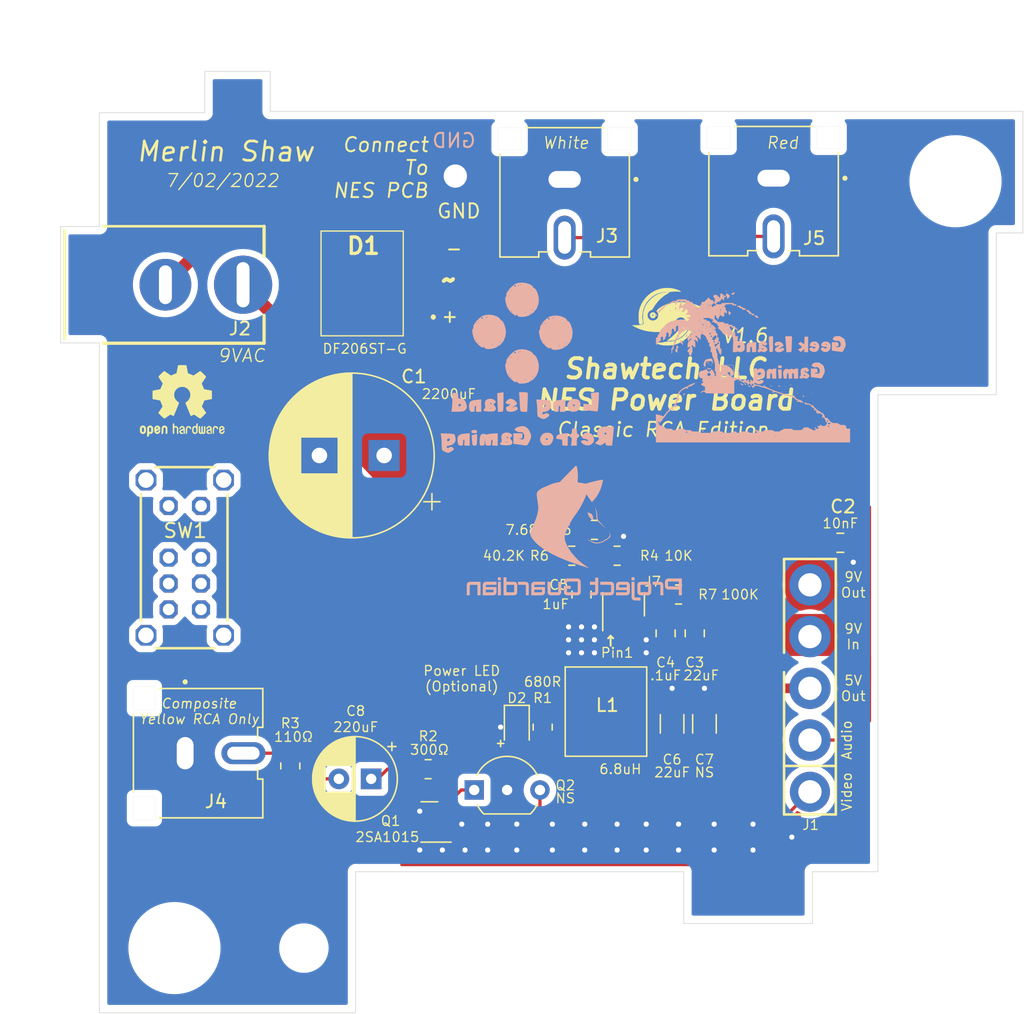
<source format=kicad_pcb>
(kicad_pcb (version 20211014) (generator pcbnew)
  (layers (0 "F.Cu" signal) (31 "B.Cu" signal) (34 "B.Paste" user) (35 "F.Paste" user) (36 "B.SilkS" user "B.Silkscreen") (37 "F.SilkS" user "F.Silkscreen") (38 "B.Mask" user) (39 "F.Mask" user) (44 "Edge.Cuts" user))
  (net 0 "")
  (net 1 "5V Out")
  (net 2 "Net-(C8-Pad1)")
  (net 3 "Net-(D2-Pad2)")
  (net 4 "Video Out")
  (net 5 "Net-(C8-Pad2)")
  (net 6 "GND")
  (net 7 "Video In")
  (net 8 "Audio In")
  (net 9 "9VIn")
  (net 10 "9VOut")
  (net 12 "Net-(D1-Pad4)")
  (net 13 "Net-(D1-Pad3)")
  (net 14 "Net-(J7-Pad4)")
  (net 15 "Net-(R4-Pad2)")
  (net 16 "SW")
  (net 17 "EN")
  (net 18 "Net-(C5-Pad1)")
  (footprint "Package_TO_SOT_SMD:SOT-23-6_Handsoldering" (layer "F.Cu") (at 146 106.5 90)
    (fp_text reference "J7" (at 1.75 2.25 180) (layer "F.SilkS") (effects (font (size 0.75 0.75) (thickness 0.1))))
    (fp_text value "Conn_01x06")
    (pad "1" smd rect (at -1.35 -0.95 90) (size 1.56 0.65) (layers "F.Cu" "F.Paste" "F.Mask") (net 6 "GND"))
    (pad "2" smd rect (at -1.35 0 90) (size 1.56 0.65) (layers "F.Cu" "F.Paste" "F.Mask") (net 16 "SW"))
    (pad "3" smd rect (at -1.35 0.95 90) (size 1.56 0.65) (layers "F.Cu" "F.Paste" "F.Mask") (net 9 "9VIn"))
    (pad "4" smd rect (at 1.35 0.95 90) (size 1.56 0.65) (layers "F.Cu" "F.Paste" "F.Mask") (net 14 "Net-(J7-Pad4)"))
    (pad "5" smd rect (at 1.35 0 90) (size 1.56 0.65) (layers "F.Cu" "F.Paste" "F.Mask") (net 17 "EN"))
    (pad "6" smd rect (at 1.35 -0.95 90) (size 1.56 0.65) (layers "F.Cu" "F.Paste" "F.Mask") (net 18 "Net-(C5-Pad1)"))
  )
  (footprint "Capacitor_SMD:C_0805_2012Metric" (layer "F.Cu") (at 151.5 108.75 -90)
    (fp_text reference "C3" (at 2.25 0 180) (layer "F.SilkS") (effects (font (size 0.75 0.75) (thickness 0.1))))
    (fp_text value "22uf/25")
    (pad "1" smd roundrect (at -0.95 0 270) (size 1 1.45) (layers "F.Cu" "F.Paste" "F.Mask") (net 9 "9VIn"))
    (pad "2" smd roundrect (at 0.95 0 270) (size 1 1.45) (layers "F.Cu" "F.Paste" "F.Mask") (net 6 "GND"))
  )
  (footprint "Resistor_SMD:R_0805_2012Metric" (layer "F.Cu") (at 120.25 119 -90)
    (fp_text reference "R3" (at -3.3 0 180) (layer "F.SilkS") (effects (font (size 0.75 0.75) (thickness 0.1))))
    (fp_text value "110R")
    (pad "1" smd roundrect (at -0.9125 0 270) (size 1.025 1.4) (layers "F.Cu" "F.Paste" "F.Mask") (roundrect_rratio 0.243902439) (net 4 "Video Out"))
    (pad "2" smd roundrect (at 0.9125 0 270) (size 1.025 1.4) (layers "F.Cu" "F.Paste" "F.Mask") (roundrect_rratio 0.243902439) (net 5 "Net-(C8-Pad2)"))
  )
  (footprint "Resistor_SMD:R_0805_2012Metric" (layer "F.Cu") (at 145.5 102.75 180)
    (fp_text reference "R4" (at -2.5 0) (layer "F.SilkS") (effects (font (size 0.75 0.75) (thickness 0.1))))
    (fp_text value "10k")
    (pad "1" smd roundrect (at -0.9125 0 180) (size 1.025 1.4) (layers "F.Cu" "F.Paste" "F.Mask") (roundrect_rratio 0.243902439) (net 14 "Net-(J7-Pad4)"))
    (pad "2" smd roundrect (at 0.9125 0 180) (size 1.025 1.4) (layers "F.Cu" "F.Paste" "F.Mask") (roundrect_rratio 0.243902439) (net 15 "Net-(R4-Pad2)"))
  )
  (footprint "Merlin:OSHW-Logo2_7.3x6mm_SilkScreen" (layer "F.Cu") (at 111.9 90.78)
    (fp_text reference "REF**" hide)
    (fp_text value "OSHW-Logo2_7.3x6mm_SilkScreen" hide)
  )
  (footprint "Capacitor_SMD:C_0805_2012Metric" (layer "F.Cu") (at 142.75 105.75 -90)
    (fp_text reference "C5" (at -0.75 1.75) (layer "F.SilkS") (effects (font (size 0.75 0.75) (thickness 0.1))))
    (fp_text value "1uF")
    (pad "1" smd roundrect (at -0.95 0 270) (size 1 1.45) (layers "F.Cu" "F.Paste" "F.Mask") (net 18 "Net-(C5-Pad1)"))
    (pad "2" smd roundrect (at 0.95 0 270) (size 1 1.45) (layers "F.Cu" "F.Paste" "F.Mask") (net 16 "SW"))
  )
  (footprint "Package_TO_SOT_SMD:SOT-23" (layer "F.Cu") (at 131 123.33 180)
    (fp_text reference "Q1" (at 3 0.08) (layer "F.SilkS") (effects (font (size 0.75 0.75) (thickness 0.1))))
    (fp_text value "2SA1015" (at 3.25 -1.17) (layer "F.SilkS") (effects (font (size 0.75 0.75) (thickness 0.1))))
    (pad "1" smd roundrect (at -0.9375 -0.95 180) (size 1.475 0.6) (layers "F.Cu" "F.Paste" "F.Mask") (net 7 "Video In"))
    (pad "2" smd roundrect (at -0.9375 0.95 180) (size 1.475 0.6) (layers "F.Cu" "F.Paste" "F.Mask") (net 2 "Net-(C8-Pad1)"))
    (pad "3" smd roundrect (at 0.9375 0 180) (size 1.475 0.6) (layers "F.Cu" "F.Paste" "F.Mask") (net 6 "GND"))
  )
  (footprint "Resistor_SMD:R_0805_2012Metric" (layer "F.Cu") (at 139.75 116 90)
    (fp_text reference "R1" (at 2.25 0 180) (layer "F.SilkS") (effects (font (size 0.75 0.75) (thickness 0.1))))
    (fp_text value "680")
    (pad "1" smd roundrect (at -0.9125 0 90) (size 1.025 1.4) (layers "F.Cu" "F.Paste" "F.Mask") (roundrect_rratio 0.243902439) (net 3 "Net-(D2-Pad2)"))
    (pad "2" smd roundrect (at 0.9125 0 90) (size 1.025 1.4) (layers "F.Cu" "F.Paste" "F.Mask") (roundrect_rratio 0.243902439) (net 1 "5V Out"))
  )
  (footprint "Resistor_SMD:R_0805_2012Metric" (layer "F.Cu") (at 142 102.75 180)
    (fp_text reference "R6" (at 2.5 0) (layer "F.SilkS") (effects (font (size 0.75 0.75) (thickness 0.1))))
    (fp_text value "40.2k")
    (pad "1" smd roundrect (at -0.9125 0 180) (size 1.025 1.4) (layers "F.Cu" "F.Paste" "F.Mask") (roundrect_rratio 0.243902439) (net 15 "Net-(R4-Pad2)"))
    (pad "2" smd roundrect (at 0.9125 0 180) (size 1.025 1.4) (layers "F.Cu" "F.Paste" "F.Mask") (roundrect_rratio 0.243902439) (net 1 "5V Out"))
  )
  (footprint "" (layer "F.Cu") (at 111.3 133.08)
    (fp_text reference "" (at 0 0) (layer "F.SilkS") (effects (font (size 1.27 1.27))))
    (fp_text value "" (at 0 0) (layer "F.SilkS") (effects (font (size 1.27 1.27))))
    (pad "" np_thru_hole circle locked (at 0 0) (size 3.5 3.5) (drill 3.5) (layers F&B.Cu *.Mask))
  )
  (footprint "Merlin:Power-DF206STG" (layer "F.Cu") (at 125.8 81.7 90)
    (fp_text reference "D1" (at 2.9 0.1 180) (layer "F.SilkS") (effects (font (size 1.27 1.27) (thickness 0.254))))
    (fp_text value "${ALTIUM_VALUE}" hide)
    (fp_text user "+" (at -2.6 6.7 90) (layer "F.SilkS"))
    (fp_text user "-" (at 2.7 7.1 180) (layer "F.SilkS"))
    (pad "1" smd rect (at -2.605 4.36 90) (size 1.2 1.52) (layers "F.Cu" "F.Paste" "F.Mask") (net 10 "9VOut"))
    (pad "2" smd rect (at 2.605 4.36 90) (size 1.2 1.52) (layers "F.Cu" "F.Paste" "F.Mask") (net 6 "GND"))
    (pad "3" smd rect (at 2.605 -4.36 90) (size 1.2 1.52) (layers "F.Cu" "F.Paste" "F.Mask") (net 13 "Net-(D1-Pad3)"))
    (pad "4" smd rect (at -2.605 -4.36 90) (size 1.2 1.52) (layers "F.Cu" "F.Paste" "F.Mask") (net 12 "Net-(D1-Pad4)"))
  )
  (footprint "Resistor_SMD:R_0805_2012Metric" (layer "F.Cu") (at 150.25 105.75)
    (fp_text reference "R7" (at 2.25 0) (layer "F.SilkS") (effects (font (size 0.75 0.75) (thickness 0.1))))
    (fp_text value "100K")
    (pad "1" smd roundrect (at -0.9125 0) (size 1.025 1.4) (layers "F.Cu" "F.Paste" "F.Mask") (roundrect_rratio 0.243902439) (net 17 "EN"))
    (pad "2" smd roundrect (at 0.9125 0) (size 1.025 1.4) (layers "F.Cu" "F.Paste" "F.Mask") (roundrect_rratio 0.243902439) (net 9 "9VIn"))
  )
  (footprint "Merlin:ShawTech" (layer "F.Cu") (at 149.25 84.25)
    (fp_text reference "G***" hide)
    (fp_text value "LOGO" hide)
  )
  (footprint "Capacitor_SMD:C_1206_3216Metric" (layer "F.Cu") (at 152.25 115.75 90)
    (fp_text reference "C7" (at -2.75 0) (layer "F.SilkS") (effects (font (size 0.75 0.75) (thickness 0.1))))
    (fp_text value "22uf/25")
    (pad "1" smd roundrect (at -1.475 0 90) (size 1.15 1.8) (layers "F.Cu" "F.Paste" "F.Mask") (roundrect_rratio 0.2173913043) (net 1 "5V Out"))
    (pad "2" smd roundrect (at 1.475 0 90) (size 1.15 1.8) (layers "F.Cu" "F.Paste" "F.Mask") (roundrect_rratio 0.2173913043) (net 6 "GND"))
  )
  (footprint "Electromechanical.IntLib:SW-DP3T (EG2319)" (layer "F.Cu") (at 112.1 102.9 -90)
    (fp_text reference "SW1" (at -1.445 1.75 unlocked) (layer "F.SilkS") (effects (font (size 1.1 1.1)) (justify left bottom)))
    (fp_text value "DP3T" hide)
    (pad "" thru_hole roundrect locked (at -4 -1.25 270) (size 1.4 1.4) (drill 0.9) (layers *.Cu *.Mask) (chamfer_ratio 0.25) (chamfer top_left top_right bottom_left bottom_right))
    (pad "" thru_hole roundrect locked (at 0 1.25 270) (size 1.4 1.4) (drill 0.9) (layers *.Cu *.Mask) (chamfer_ratio 0.25) (chamfer top_left top_right bottom_left bottom_right))
    (pad "" thru_hole roundrect locked (at 2 1.25 270) (size 1.4 1.4) (drill 0.9) (layers *.Cu *.Mask) (chamfer_ratio 0.25) (chamfer top_left top_right bottom_left bottom_right))
    (pad "" thru_hole roundrect locked (at 4 1.25 270) (size 1.4 1.4) (drill 0.9) (layers *.Cu *.Mask) (chamfer_ratio 0.25) (chamfer top_left top_right bottom_left bottom_right))
    (pad "" thru_hole roundrect locked (at 0 -1.25 270) (size 1.4 1.4) (drill 0.9) (layers *.Cu *.Mask) (chamfer_ratio 0.25) (chamfer top_left top_right bottom_left bottom_right))
    (pad "" thru_hole roundrect locked (at 2 -1.25 270) (size 1.4 1.4) (drill 0.9) (layers *.Cu *.Mask) (chamfer_ratio 0.25) (chamfer top_left top_right bottom_left bottom_right))
    (pad "" thru_hole roundrect locked (at 4 -1.25 270) (size 1.4 1.4) (drill 0.9) (layers *.Cu *.Mask) (chamfer_ratio 0.25) (chamfer top_left top_right bottom_left bottom_right))
    (pad "1" thru_hole roundrect locked (at -4 1.25 270) (size 1.4 1.4) (drill 0.9) (layers *.Cu *.Mask) (chamfer_ratio 0.25) (chamfer top_left top_right bottom_left bottom_right))
    (pad "MH" thru_hole roundrect locked (at -6 3 270) (size 1.6 1.6) (drill 1.2) (layers *.Cu *.Mask) (chamfer_ratio 0.25) (chamfer top_left top_right bottom_left bottom_right))
    (pad "MH" thru_hole roundrect locked (at 6 3 90) (size 1.6 1.6) (drill 1.2) (layers *.Cu *.Mask) (chamfer_ratio 0.25) (chamfer top_left top_right bottom_left bottom_right))
    (pad "MH" thru_hole roundrect locked (at 6 -3 90) (size 1.6 1.6) (drill 1.2) (layers *.Cu *.Mask) (chamfer_ratio 0.25) (chamfer top_left top_right bottom_left bottom_right))
    (pad "MH" thru_hole roundrect locked (at -6 -3 270) (size 1.6 1.6) (drill 1.2) (layers *.Cu *.Mask) (chamfer_ratio 0.25) (chamfer top_left top_right bottom_left bottom_right))
  )
  (footprint "Resistor_SMD:R_0805_2012Metric" (layer "F.Cu") (at 143.75 100.75)
    (fp_text reference "R5" (at -2.5 0) (layer "F.SilkS") (effects (font (size 0.75 0.75) (thickness 0.1))))
    (fp_text value "7.68k")
    (pad "1" smd roundrect (at -0.9125 0) (size 1.025 1.4) (layers "F.Cu" "F.Paste" "F.Mask") (roundrect_rratio 0.243902439) (net 15 "Net-(R4-Pad2)"))
    (pad "2" smd roundrect (at 0.9125 0) (size 1.025 1.4) (layers "F.Cu" "F.Paste" "F.Mask") (roundrect_rratio 0.243902439) (net 6 "GND"))
  )
  (footprint "Merlin:CUI_RCJ-044" (layer "F.Cu") (at 141.446 73.658 90)
    (fp_text reference "J3" (at -4.372 3.279 180) (layer "F.SilkS"))
    (fp_text value "White RCJ-" hide)
    (fp_line (start 2.3 5.15) (end 4 5.15) (layer "Edge.Cuts") (width 0.01))
    (fp_line (start 4 5.15) (end 4 3.35) (layer "Edge.Cuts") (width 0.01))
    (fp_line (start 2.3 -5.15) (end 2.3 -3.35) (layer "Edge.Cuts") (width 0.01))
    (fp_line (start 4 -5.15) (end 2.3 -5.15) (layer "Edge.Cuts") (width 0.01))
    (fp_line (start 2.3 3.35) (end 2.3 5.15) (layer "Edge.Cuts") (width 0.01))
    (fp_line (start 4 -3.35) (end 4 -5.15) (layer "Edge.Cuts") (width 0.01))
    (fp_line (start 4 3.35) (end 2.3 3.35) (layer "Edge.Cuts") (width 0.01))
    (fp_line (start 2.3 -3.35) (end 4 -3.35) (layer "Edge.Cuts") (width 0.01))
    (pad "1" thru_hole oval (at 0 0 90) (size 1.95 3.9) (drill oval 1.3 2.5) (layers *.Cu *.Mask) (net 6 "GND"))
    (pad "2" thru_hole oval (at -4.5 0 90) (size 3.4 1.7) (drill oval 2.5 1) (layers *.Cu *.Mask) (net 8 "Audio In"))
  )
  (footprint "Capacitor_THT:CP_Radial_D6.3mm_P2.50mm" (layer "F.Cu") (at 126.5 120 180)
    (fp_text reference "C8" (at 1.2 5.25 180) (layer "F.SilkS") (effects (font (size 0.75 0.75) (thickness 0.1))))
    (fp_text value "220uF" hide)
    (pad "1" thru_hole rect (at 0 0 180) (size 1.6 1.6) (drill 0.8) (layers *.Cu *.Mask) (net 2 "Net-(C8-Pad1)"))
    (pad "2" thru_hole circle (at 2.5 0 180) (size 1.6 1.6) (drill 0.8) (layers *.Cu *.Mask) (net 5 "Net-(C8-Pad2)"))
  )
  (footprint "Connectors.IntLib:PWR-JCK-ALT (PJ-037A{slash}B)" (layer "F.Cu") (at 110.6 81.799998)
    (fp_text reference "J2" (at 4.8 3.980002 unlocked) (layer "F.SilkS") (effects (justify left bottom)))
    (fp_text value "Barrel_Jack" hide)
    (pad "1" thru_hole circle locked (at 6.000002 0) (size 4.5 4.5) (drill oval 1 3.5) (layers *.Cu *.Mask) (net 12 "Net-(D1-Pad4)"))
    (pad "2" thru_hole circle locked (at 0 0) (size 4 4) (drill oval 1 3) (layers *.Cu *.Mask) (net 13 "Net-(D1-Pad3)"))
  )
  (footprint "Capacitor_SMD:C_1206_3216Metric" (layer "F.Cu") (at 149.75 115.75 90)
    (fp_text reference "C6" (at -2.75 0) (layer "F.SilkS") (effects (font (size 0.75 0.75) (thickness 0.1))))
    (fp_text value "22uf/25")
    (pad "1" smd roundrect (at -1.475 0 90) (size 1.15 1.8) (layers "F.Cu" "F.Paste" "F.Mask") (roundrect_rratio 0.2173913043) (net 1 "5V Out"))
    (pad "2" smd roundrect (at 1.475 0 90) (size 1.15 1.8) (layers "F.Cu" "F.Paste" "F.Mask") (roundrect_rratio 0.2173913043) (net 6 "GND"))
  )
  (footprint "" (layer "F.Cu") (at 121.3 133.08)
    (fp_text reference "" (at 0 0) (layer "F.SilkS") (effects (font (size 1.27 1.27))))
    (fp_text value "" (at 0 0) (layer "F.SilkS") (effects (font (size 1.27 1.27))))
    (pad "" np_thru_hole circle locked (at 0 0) (size 2.8 2.8) (drill 2.8) (layers F&B.Cu *.Mask))
  )
  (footprint "Package_TO_SOT_THT:TO-92_Inline_Wide" (layer "F.Cu") (at 134.46 120.86)
    (fp_text reference "Q2" (at 7.04 -0.36) (layer "F.SilkS") (effects (font (size 0.75 0.75) (thickness 0.1))))
    (fp_text value " " (at 7.54 2.89 180) (layer "F.SilkS"))
    (pad "1" thru_hole rect (at 0 0) (size 1.5 1.5) (drill 0.8) (layers *.Cu *.Mask) (net 2 "Net-(C8-Pad1)"))
    (pad "2" thru_hole circle (at 2.54 0) (size 1.5 1.5) (drill 0.8) (layers *.Cu *.Mask) (net 6 "GND"))
    (pad "3" thru_hole circle (at 5.08 0) (size 1.5 1.5) (drill 0.8) (layers *.Cu *.Mask) (net 7 "Video In"))
  )
  (footprint "Merlin:CUI_RCJ-044" (layer "F.Cu") (at 112.126 118.014 180)
    (fp_text reference "J4" (at -2.374 -3.736) (layer "F.SilkS"))
    (fp_text value "Yellow RCJ-")
    (fp_line (start 2.3 -3.35) (end 4 -3.35) (layer "Edge.Cuts") (width 0.01))
    (fp_line (start 4 3.35) (end 2.3 3.35) (layer "Edge.Cuts") (width 0.01))
    (fp_line (start 2.3 -5.15) (end 2.3 -3.35) (layer "Edge.Cuts") (width 0.01))
    (fp_line (start 4 -5.15) (end 2.3 -5.15) (layer "Edge.Cuts") (width 0.01))
    (fp_line (start 4 5.15) (end 4 3.35) (layer "Edge.Cuts") (width 0.01))
    (fp_line (start 2.3 3.35) (end 2.3 5.15) (layer "Edge.Cuts") (width 0.01))
    (fp_line (start 4 -3.35) (end 4 -5.15) (layer "Edge.Cuts") (width 0.01))
    (fp_line (start 2.3 5.15) (end 4 5.15) (layer "Edge.Cuts") (width 0.01))
    (pad "1" thru_hole oval (at 0 0 180) (size 1.95 3.9) (drill oval 1.3 2.5) (layers *.Cu *.Mask) (net 6 "GND"))
    (pad "2" thru_hole oval (at -4.5 0 180) (size 3.4 1.7) (drill oval 2.5 1) (layers *.Cu *.Mask) (net 4 "Video Out"))
  )
  (footprint "Capacitor_SMD:C_0805_2012Metric" (layer "F.Cu") (at 162.75 101.75)
    (fp_text reference "C2" (at 0.2 -2.8) (layer "F.SilkS"))
    (fp_text value "10nF")
    (pad "1" smd roundrect (at -0.95 0) (size 1 1.45) (layers "F.Cu" "F.Paste" "F.Mask") (net 10 "9VOut"))
    (pad "2" smd roundrect (at 0.95 0) (size 1 1.45) (layers "F.Cu" "F.Paste" "F.Mask") (net 6 "GND"))
  )
  (footprint "Merlin:CUI_RCJ-044" (layer "F.Cu") (at 157.592 73.564 90)
    (fp_text reference "J5" (at -4.641 3.133 180) (layer "F.SilkS"))
    (fp_text value "Red RCJ-042" hide)
    (fp_line (start 4 -3.35) (end 4 -5.15) (layer "Edge.Cuts") (width 0.01))
    (fp_line (start 2.3 5.15) (end 4 5.15) (layer "Edge.Cuts") (width 0.01))
    (fp_line (start 2.3 -3.35) (end 4 -3.35) (layer "Edge.Cuts") (width 0.01))
    (fp_line (start 2.3 3.35) (end 2.3 5.15) (layer "Edge.Cuts") (width 0.01))
    (fp_line (start 4 3.35) (end 2.3 3.35) (layer "Edge.Cuts") (width 0.01))
    (fp_line (start 4 5.15) (end 4 3.35) (layer "Edge.Cuts") (width 0.01))
    (fp_line (start 4 -5.15) (end 2.3 -5.15) (layer "Edge.Cuts") (width 0.01))
    (fp_line (start 2.3 -5.15) (end 2.3 -3.35) (layer "Edge.Cuts") (width 0.01))
    (pad "1" thru_hole oval (at 0 0 90) (size 1.95 3.9) (drill oval 1.3 2.5) (layers *.Cu *.Mask) (net 6 "GND"))
    (pad "2" thru_hole oval (at -4.5 0 90) (size 3.4 1.7) (drill oval 2.5 1) (layers *.Cu *.Mask) (net 8 "Audio In"))
  )
  (footprint "Capacitor_SMD:C_0805_2012Metric" (layer "F.Cu") (at 149.25 108.75 -90)
    (fp_text reference "C4" (at 2.25 0 180) (layer "F.SilkS") (effects (font (size 0.75 0.75) (thickness 0.1))))
    (fp_text value ".1uF/25")
    (pad "1" smd roundrect (at -0.95 0 270) (size 1 1.45) (layers "F.Cu" "F.Paste" "F.Mask") (net 9 "9VIn"))
    (pad "2" smd roundrect (at 0.95 0 270) (size 1 1.45) (layers "F.Cu" "F.Paste" "F.Mask") (net 6 "GND"))
  )
  (footprint "" (layer "F.Cu") (at 171.65 73.8)
    (fp_text reference "" (at 0 0) (layer "F.SilkS") (effects (font (size 1.27 1.27))))
    (fp_text value "" (at 0 0) (layer "F.SilkS") (effects (font (size 1.27 1.27))))
    (pad "" np_thru_hole circle locked (at 0 0) (size 3.5 3.5) (drill 3.5) (layers F&B.Cu *.Mask))
  )
  (footprint "Merlin:Inductor-L_6.3x6.3_H3" (layer "F.Cu") (at 144.59 115)
    (fp_text reference "L1" (at 0.15 -0.7) (layer "F.SilkS"))
    (fp_text value "6.8uH")
    (pad "1" smd rect locked (at 0 -2.65 90) (size 1.85 5.2) (layers "F.Cu" "F.Paste" "F.Mask") (net 16 "SW"))
    (pad "2" smd rect locked (at 0 2.25 90) (size 1.85 5.2) (layers "F.Cu" "F.Paste" "F.Mask") (net 1 "5V Out"))
  )
  (footprint "Connectors.IntLib:WIREPAD-09-15" (layer "F.Cu") (at 133 73.4 90)
    (fp_text reference "GND" (at -3.35 -1.5 unlocked) (layer "F.SilkS") (effects (font (size 1.1 1.1)) (justify left bottom)))
    (fp_text value "Wire Pad" hide)
    (fp_text user "${REFERENCE}" (at 2.1 1.67 unlocked) (layer "B.SilkS") (effects (font (size 1.1 1.1)) (justify left bottom mirror)))
    (pad "1" thru_hole circle locked (at 0 0 90) (size 3.2 3.2) (drill 1.8) (layers *.Cu *.Mask) (net 6 "GND"))
  )
  (footprint "Specialty Components.IntLib:RF BOARD CONNECTOR" (layer "F.Cu") (at 160.4 121 90)
    (fp_text reference "J1" (at -3 -0.65 unlocked) (layer "F.SilkS") (effects (font (size 0.75 0.75) (thickness 0.1)) (justify left bottom)))
    (fp_text value "Board Connector" hide)
    (pad "1" thru_hole oval (at 0 0 90) (size 3.1 3.1) (drill 1.8) (layers *.Cu *.Mask) (net 7 "Video In"))
    (pad "2" thru_hole circle (at 4 0 90) (size 3.2 3.2) (drill 1.8) (layers *.Cu *.Mask) (net 8 "Audio In"))
    (pad "3" thru_hole circle (at 8 0 90) (size 3.2 3.2) (drill 1.8) (layers *.Cu *.Mask) (net 1 "5V Out"))
    (pad "4" thru_hole circle (at 12.000003 0 90) (size 3.2 3.2) (drill 1.8) (layers *.Cu *.Mask) (net 9 "9VIn"))
    (pad "5" thru_hole circle (at 16 0 90) (size 3.2 3.2) (drill 1.8) (layers *.Cu *.Mask) (net 10 "9VOut"))
  )
  (footprint "Resistor_SMD:R_0805_2012Metric" (layer "F.Cu") (at 130.9 119.25 180)
    (fp_text reference "R2" (at 0 2.55) (layer "F.SilkS") (effects (font (size 0.75 0.75) (thickness 0.1))))
    (fp_text value "300")
    (pad "1" smd roundrect (at -0.9125 0 180) (size 1.025 1.4) (layers "F.Cu" "F.Paste" "F.Mask") (roundrect_rratio 0.243902439) (net 1 "5V Out"))
    (pad "2" smd roundrect (at 0.9125 0 180) (size 1.025 1.4) (layers "F.Cu" "F.Paste" "F.Mask") (roundrect_rratio 0.243902439) (net 2 "Net-(C8-Pad1)"))
  )
  (footprint "Capacitor_THT:CP_Radial_D12.5mm_P5.00mm" (layer "F.Cu") (at 127.5 95 180)
    (fp_text reference "C1" (at -2.3 6.1 180) (layer "F.SilkS"))
    (fp_text value "2200uF 25V" hide)
    (pad "1" thru_hole rect (at 0 0 180) (size 2.4 2.4) (drill 1.2) (layers *.Cu *.Mask) (net 10 "9VOut"))
    (pad "2" thru_hole circle (at 5 0 180) (size 2.4 2.4) (drill 1.2) (layers *.Cu *.Mask) (net 6 "GND"))
  )
  (footprint "LED_SMD:LED_0805_2012Metric" (layer "F.Cu") (at 137.75 116 -90)
    (fp_text reference "D2" (at -2.25 0) (layer "F.SilkS") (effects (font (size 0.75 0.75) (thickness 0.1))))
    (fp_text value "Power LED")
    (pad "1" smd roundrect (at -0.9375 0 270) (size 0.975 1.4) (layers "F.Cu" "F.Paste" "F.Mask") (net 6 "GND"))
    (pad "2" smd roundrect (at 0.9375 0 270) (size 0.975 1.4) (layers "F.Cu" "F.Paste" "F.Mask") (net 3 "Net-(D2-Pad2)"))
  )
  (footprint "Merlin:GeekIsland2" (layer "B.Cu") (at 156 88 180)
    (fp_text reference "G***" hide)
    (fp_text value "LOGO" hide)
  )
  (footprint "Merlin:LongIslandRetroGaming4" (layer "B.Cu") (at 138.25 88 180)
    (fp_text reference "G***")
    (fp_text value "LOGO" hide)
  )
  (footprint "Merlin:PG_20mmx13.1mm" (layer "B.Cu") (at 142.25 100.75 180)
    (fp_text reference "G***" hide)
    (fp_text value "LOGO" hide)
  )
  (gr_line (start 105.8 77.278798) (end 118.224002 77.278798) (layer "F.SilkS") (width 0.2))
  (gr_line (start 102.8 86) (end 102.8 77.6) (layer "F.SilkS") (width 0.2))
  (gr_line (start 118.224002 79.595) (end 118.224002 77.278798) (layer "F.SilkS") (width 0.254))
  (gr_line (start 118.224002 86.321198) (end 118.224002 84.167) (layer "F.SilkS") (width 0.254))
  (gr_line (start 105.8 86.321198) (end 118.224002 86.321198) (layer "F.SilkS") (width 0.254))
  (gr_line (start 136.2625 117.2625) (end 136.7375 117.2625) (layer "F.SilkS") (width 0.12))
  (gr_line (start 136.5 117.5) (end 136.5 117.025) (layer "F.SilkS") (width 0.12))
  (gr_line (start 150.65 131.18) (end 150.65 127.18) (layer "Edge.Cuts") (width 0.05))
  (gr_line (start 150.65 127.18) (end 125.3 127.18) (layer "Edge.Cuts") (width 0.05))
  (gr_line (start 125.3 127.18) (end 125.3 138.08) (layer "Edge.Cuts") (width 0.05))
  (gr_line (start 165.65 90.3) (end 165.65 127.18) (layer "Edge.Cuts") (width 0.05))
  (gr_line (start 113.65 65.3) (end 118.7 65.3) (layer "Edge.Cuts") (width 0.05))
  (gr_line (start 105.5 77.3) (end 105.5 68.5) (layer "Edge.Cuts") (width 0.05))
  (gr_line (start 165.65 127.18) (end 160.6 127.18) (layer "Edge.Cuts") (width 0.05))
  (gr_line (start 176.85 77.8) (end 174.8 77.8) (layer "Edge.Cuts") (width 0.05))
  (gr_line (start 105.5 68.5) (end 113.65 68.5) (layer "Edge.Cuts") (width 0.05))
  (gr_line (start 174.8 90.3) (end 165.65 90.3) (layer "Edge.Cuts") (width 0.05))
  (gr_line (start 125.3 138.08) (end 105.5 138.08) (layer "Edge.Cuts") (width 0.05))
  (gr_line (start 118.7 68.4) (end 176.85 68.4) (layer "Edge.Cuts") (width 0.05))
  (gr_line (start 105.5 138.08) (end 105.5 86.3) (layer "Edge.Cuts") (width 0.05))
  (gr_line (start 174.8 77.8) (end 174.8 90.3) (layer "Edge.Cuts") (width 0.05))
  (gr_line (start 176.85 68.4) (end 176.85 77.8) (layer "Edge.Cuts") (width 0.05))
  (gr_line (start 105.5 86.3) (end 102.5 86.3) (layer "Edge.Cuts") (width 0.05))
  (gr_line (start 102.5 77.3) (end 105.5 77.3) (layer "Edge.Cuts") (width 0.05))
  (gr_line (start 102.5 86.3) (end 102.5 77.3) (layer "Edge.Cuts") (width 0.05))
  (gr_line (start 160.6 127.18) (end 160.6 131.18) (layer "Edge.Cuts") (width 0.05))
  (gr_line (start 113.65 68.5) (end 113.65 65.3) (layer "Edge.Cuts") (width 0.05))
  (gr_line (start 118.7 65.3) (end 118.7 68.4) (layer "Edge.Cuts") (width 0.05))
  (gr_line (start 160.6 131.18) (end 150.65 131.18) (layer "Edge.Cuts") (width 0.05))
  (gr_text "9V\nOut" (at 163.75 105) (layer "F.SilkS") (effects (font (size 0.75 0.75) (thickness 0.1))))
  (gr_text "22uF" (at 149.75 119.5) (layer "F.SilkS") (effects (font (size 0.75 0.75) (thickness 0.1))))
  (gr_text "100K" (at 155 105.75) (layer "F.SilkS") (effects (font (size 0.75 0.75) (thickness 0.1))))
  (gr_text "Video" (at 163.25 121 90) (layer "F.SilkS") (effects (font (size 0.75 0.75) (thickness 0.1))))
  (gr_text "10nF" (at 162.75 100.25) (layer "F.SilkS") (effects (font (size 0.75 0.75) (thickness 0.1))))
  (gr_text "NS" (at 141.5 121.5) (layer "F.SilkS") (effects (font (size 0.75 0.75) (thickness 0.1))))
  (gr_text "V1.6" (at 153.5 85.75) (layer "F.SilkS") (effects (font (size 1.1 1.1) (thickness 0.15) bold italic) (justify left)))
  (gr_text "Merlin Shaw" (at 115.25 71.5) (layer "F.SilkS") (effects (font (size 1.5 1.5) (thickness 0.2) bold italic)))
  (gr_text "White\n" (at 141.55 70.83) (layer "F.SilkS") (effects (font (size 0.9 0.9) (thickness 0.1) bold italic)))
  (gr_text "Power LED\n(Optional)" (at 133.5 112.25) (layer "F.SilkS") (effects (font (size 0.75 0.75) (thickness 0.1))))
  (gr_text "110Ω" (at 120.5 116.75) (layer "F.SilkS") (effects (font (size 0.75 0.75) (thickness 0.1))))
  (gr_text "NS" (at 152.25 119.5) (layer "F.SilkS") (effects (font (size 0.75 0.75) (thickness 0.1))))
  (gr_text "Classic RCA Edition" (at 140.75 93) (layer "F.SilkS") (effects (font (size 1.1 1.1) (thickness 0.15) bold italic) (justify left)))
  (gr_text "9V\nIn" (at 163.75 109) (layer "F.SilkS") (effects (font (size 0.75 0.75) (thickness 0.1))))
  (gr_text "22uF" (at 152 112) (layer "F.SilkS") (effects (font (size 0.75 0.75) (thickness 0.1))))
  (gr_text "Red" (at 158.3 70.83) (layer "F.SilkS") (effects (font (size 0.9 0.9) (thickness 0.1) bold italic)))
  (gr_text "1uF" (at 140.75 106.5) (layer "F.SilkS") (effects (font (size 0.75 0.75) (thickness 0.1))))
  (gr_text "~" (at 132.5 81.4) (layer "F.SilkS") (effects (font (size 1.5 1.5) (thickness 0.3))))
  (gr_text "Pin1" (at 145.5 110.25) (layer "F.SilkS") (effects (font (size 0.75 0.75) (thickness 0.1))))
  (gr_text "220uF" (at 125.3 116) (layer "F.SilkS") (effects (font (size 0.75 0.75) (thickness 0.1))))
  (gr_text "300Ω" (at 131 117.75) (layer "F.SilkS") (effects (font (size 0.75 0.75) (thickness 0.1))))
  (gr_text "2200uF" (at 132.5 90.25) (layer "F.SilkS") (effects (font (size 0.75 0.75) (thickness 0.1))))
  (gr_text "Shawtech LLC\nNES Power Board" (at 149.25 89.5) (layer "F.SilkS") (effects (font (size 1.5 1.5) (thickness 0.3) italic)))
  (gr_text "5V\nOut" (at 163.75 113) (layer "F.SilkS") (effects (font (size 0.75 0.75) (thickness 0.1))))
  (gr_text "9VAC" (at 116.5 87.28) (layer "F.SilkS") (effects (font (size 1 1) (thickness 0.1) bold italic)))
  (gr_text "10K" (at 150.25 102.75) (layer "F.SilkS") (effects (font (size 0.75 0.75) (thickness 0.1))))
  (gr_text "680R" (at 139.75 112.5) (layer "F.SilkS") (effects (font (size 0.75 0.75) (thickness 0.1))))
  (gr_text "DF206ST-G" (at 126 86.75) (layer "F.SilkS") (effects (font (size 0.75 0.75) (thickness 0.1))))
  (gr_text "Composite\nYellow RCA Only" (at 113.2 114.78) (layer "F.SilkS") (effects (font (size 0.75 0.75) (thickness 0.1) bold italic)))
  (gr_text "Connect\nTo\nNES PCB" (at 131 72.75) (layer "F.SilkS") (effects (font (size 1.1 1.1) (thickness 0.15) bold italic) (justify right)))
  (gr_text "6.8uH" (at 145.75 119.25) (layer "F.SilkS") (effects (font (size 0.75 0.75) (thickness 0.1))))
  (gr_text ".1uF" (at 149.25 112) (layer "F.SilkS") (effects (font (size 0.75 0.75) (thickness 0.1))))
  (gr_text "Audio" (at 163.25 117 90) (layer "F.SilkS") (effects (font (size 0.75 0.75) (thickness 0.1))))
  (gr_text "7/02/2022" (at 115 73.75) (layer "F.SilkS") (effects (font (size 1 1) (thickness 0.1) bold italic)))
  (gr_text "40.2K" (at 136.75 102.75) (layer "F.SilkS") (effects (font (size 0.75 0.75) (thickness 0.1))))
  (gr_text "7.68K" (at 138.5 100.75) (layer "F.SilkS") (effects (font (size 0.75 0.75) (thickness 0.1))))
  (gr_text "↑" (at 145 109.25) (layer "F.SilkS") (effects (font (size 1 1))))
  (segment (start 152.225 117.25) (end 144.59 117.25) (width 0.75) (layer "F.Cu") (net 1))
  (segment (start 152.25 117.225) (end 152.225 117.25) (width 0.75) (layer "F.Cu") (net 1))
  (segment (start 132.3125 118.75) (end 131.8125 119.25) (width 0.25) (layer "F.Cu") (net 1))
  (segment (start 139.75 104.0875) (end 139.75 114.75) (width 0.25) (layer "F.Cu") (net 1))
  (segment (start 141 118.75) (end 132.3125 118.75) (width 0.25) (layer "F.Cu") (net 1))
  (segment (start 142.25 117.25) (end 144.59 117.25) (width 0.25) (layer "F.Cu") (net 1))
  (segment (start 139.75 114.75) (end 142.25 117.25) (width 0.25) (layer "F.Cu") (net 1))
  (segment (start 142.5 117.25) (end 141 118.75) (width 0.25) (layer "F.Cu") (net 1))
  (segment (start 141.0875 102.75) (end 139.75 104.0875) (width 0.25) (layer "F.Cu") (net 1))
  (segment (start 144.59 117.25) (end 142.5 117.25) (width 0.25) (layer "F.Cu") (net 1))
  (segment (start 156.475 113) (end 152.25 117.225) (width 0.75) (layer "F.Cu") (net 1))
  (segment (start 144.09 117.75) (end 144.59 117.25) (width 0.25) (layer "F.Cu") (net 1))
  (segment (start 160.4 113) (end 156.475 113) (width 0.75) (layer "F.Cu") (net 1))
  (segment (start 127.75 119.25) (end 127 120) (width 0.25) (layer "F.Cu") (net 2))
  (segment (start 129.9875 119.25) (end 127.75 119.25) (width 0.25) (layer "F.Cu") (net 2))
  (segment (start 134.46 120.86) (end 134.29548 121.02452) (width 0.25) (layer "F.Cu") (net 2))
  (segment (start 129.9875 119.25) (end 129.9875 120.43) (width 0.25) (layer "F.Cu") (net 2))
  (segment (start 127 120) (end 126.5 120) (width 0.25) (layer "F.Cu") (net 2))
  (segment (start 133.4575 120.86) (end 131.9375 122.38) (width 0.25) (layer "F.Cu") (net 2))
  (segment (start 134.46 120.86) (end 133.4575 120.86) (width 0.25) (layer "F.Cu") (net 2))
  (segment (start 129.9875 120.43) (end 131.9375 122.38) (width 0.25) (layer "F.Cu") (net 2))
  (segment (start 139.975 117.275) (end 140 117.25) (width 0.25) (layer "F.Cu") (net 3))
  (segment (start 137.775 117) (end 139.75 117) (width 0.25) (layer "F.Cu") (net 3))
  (segment (start 120.1765 118.014) (end 120.25 118.0875) (width 0.25) (layer "F.Cu") (net 4))
  (segment (start 116.626 118.014) (end 120.1765 118.014) (width 0.25) (layer "F.Cu") (net 4))
  (segment (start 120.25 119.9125) (end 120.3375 120) (width 0.25) (layer "F.Cu") (net 5))
  (segment (start 120.3375 120) (end 124 120) (width 0.25) (layer "F.Cu") (net 5))
  (segment (start 144.6625 100.75) (end 145.5 100.75) (width 0.25) (layer "F.Cu") (net 6))
  (segment (start 130.16 77.66) (end 130.16 76.24) (width 1) (layer "F.Cu") (net 6))
  (segment (start 163.75 103.25) (end 163.75 101.8) (width 0.75) (layer "F.Cu") (net 6))
  (segment (start 130.16 76.24) (end 133 73.4) (width 1) (layer "F.Cu") (net 6))
  (segment (start 130.16 79.095) (end 130.16 77.66) (width 1) (layer "F.Cu") (net 6))
  (segment (start 152.25 113) (end 152.25 114.275) (width 0.75) (layer "F.Cu") (net 6))
  (segment (start 148.2 109.7) (end 147.75 109.25) (width 1) (layer "F.Cu") (net 6))
  (segment (start 163.75 101.8) (end 163.7 101.75) (width 0.75) (layer "F.Cu") (net 6))
  (segment (start 136.5 116) (end 136.975 116) (width 0.25) (layer "F.Cu") (net 6))
  (segment (start 147.75 109.25) (end 147.75 110.25) (width 1) (layer "F.Cu") (net 6))
  (segment (start 149.75 113) (end 149.75 114.275) (width 0.75) (layer "F.Cu") (net 6))
  (segment (start 151.5 109.7) (end 148.2 109.7) (width 1) (layer "F.Cu") (net 6))
  (segment (start 148.3 109.7) (end 147.75 110.25) (width 1) (layer "F.Cu") (net 6))
  (segment (start 136.975 116) (end 137.75 115.225) (width 0.25) (layer "F.Cu") (net 6))
  (segment (start 145.5 100.75) (end 146 101.25) (width 0.25) (layer "F.Cu") (net 6))
  (segment (start 151.5 109.7) (end 148.3 109.7) (width 1) (layer "F.Cu") (net 6))
  (via (at 147.75 123.5) (size 0.8) (drill 0.4) (layers "F.Cu" "B.Cu") (net 6))
  (via (at 145.5 123.5) (size 0.8) (drill 0.4) (layers "F.Cu" "B.Cu") (net 6))
  (via (at 150.25 123.5) (size 0.8) (drill 0.4) (layers "F.Cu" "B.Cu") (net 6))
  (via (at 149.75 113) (size 0.8) (drill 0.4) (layers "F.Cu" "B.Cu") (net 6))
  (via (at 141.75 110.25) (size 0.8) (drill 0.4) (layers "F.Cu" "B.Cu") (net 6))
  (via (at 146 101.25) (size 0.8) (drill 0.4) (layers "F.Cu" "B.Cu") (net 6))
  (via (at 159 124.5) (size 0.8) (drill 0.4) (layers "F.Cu" "B.Cu") (net 6))
  (via (at 141.75 108.25) (size 0.8) (drill 0.4) (layers "F.Cu" "B.Cu") (net 6))
  (via (at 137.75 125.5) (size 0.8) (drill 0.4) (layers "F.Cu" "B.Cu") (net 6))
  (via (at 135.5 123.5) (size 0.8) (drill 0.4) (layers "F.Cu" "B.Cu") (net 6))
  (via (at 142.75 110.25) (size 0.8) (drill 0.4) (layers "F.Cu" "B.Cu") (net 6))
  (via (at 135.5 125.5) (size 0.8) (drill 0.4) (layers "F.Cu" "B.Cu") (net 6))
  (via (at 132 125.5) (size 0.8) (drill 0.4) (layers "F.Cu" "B.Cu") (net 6))
  (via (at 140.5 125.5) (size 0.8) (drill 0.4) (layers "F.Cu" "B.Cu") (net 6))
  (via (at 142.75 109.25) (size 0.8) (drill 0.4) (layers "F.Cu" "B.Cu") (net 6))
  (via (at 143 123.5) (size 0.8) (drill 0.4) (layers "F.Cu" "B.Cu") (net 6))
  (via (at 137.75 123.5) (size 0.8) (drill 0.4) (layers "F.Cu" "B.Cu") (net 6))
  (via (at 152.25 113) (size 0.8) (drill 0.4) (layers "F.Cu" "B.Cu") (net 6))
  (via (at 156 125.5) (size 0.8) (drill 0.4) (layers "F.Cu" "B.Cu") (net 6))
  (via (at 143.75 109.25) (size 0.8) (drill 0.4) (layers "F.Cu" "B.Cu") (net 6))
  (via (at 133.5 123.5) (size 0.8) (drill 0.4) (layers "F.Cu" "B.Cu") (net 6))
  (via (at 145.5 125.5) (size 0.8) (drill 0.4) (layers "F.Cu" "B.Cu") (net 6))
  (via (at 147.75 110.25) (size 0.8) (drill 0.4) (layers "F.Cu" "B.Cu") (net 6))
  (via (at 147.75 109.25) (size 0.8) (drill 0.4) (layers "F.Cu" "B.Cu") (net 6))
  (via (at 147.75 125.5) (size 0.8) (drill 0.4) (layers "F.Cu" "B.Cu") (net 6))
  (via (at 141.75 109.25) (size 0.8) (drill 0.4) (layers "F.Cu" "B.Cu") (net 6))
  (via (at 142.75 108.25) (size 0.8) (drill 0.4) (layers "F.Cu" "B.Cu") (net 6))
  (via (at 140.5 123.5) (size 0.8) (drill 0.4) (layers "F.Cu" "B.Cu") (net 6))
  (via (at 136.5 116) (size 0.8) (drill 0.4) (layers "F.Cu" "B.Cu") (net 6))
  (via (at 153 123.5) (size 0.8) (drill 0.4) (layers "F.Cu" "B.Cu") (net 6))
  (via (at 150.25 125.5) (size 0.8) (drill 0.4) (layers "F.Cu" "B.Cu") (net 6))
  (via (at 163.75 103.25) (size 0.8) (drill 0.4) (layers "F.Cu" "B.Cu") (net 6))
  (via (at 156 123.5) (size 0.8) (drill 0.4) (layers "F.Cu" "B.Cu") (net 6))
  (via (at 153 125.5) (size 0.8) (drill 0.4) (layers "F.Cu" "B.Cu") (net 6))
  (via (at 143 125.5) (size 0.8) (drill 0.4) (layers "F.Cu" "B.Cu") (net 6))
  (via (at 143.75 110.25) (size 0.8) (drill 0.4) (layers "F.Cu" "B.Cu") (net 6))
  (via (at 133.75 125.5) (size 0.8) (drill 0.4) (layers "F.Cu" "B.Cu") (net 6))
  (via (at 130.25 125.5) (size 0.8) (drill 0.4) (layers "F.Cu" "B.Cu") (net 6))
  (via (at 130.25 122.5) (size 0.8) (drill 0.4) (layers "F.Cu" "B.Cu") (net 6))
  (via (at 143.75 108.25) (size 0.8) (drill 0.4) (layers "F.Cu" "B.Cu") (net 6))
  (segment (start 139.54 123.79) (end 140.25 124.5) (width 0.25) (layer "F.Cu") (net 7))
  (segment (start 156.9 124.5) (end 140.25 124.5) (width 0.25) (layer "F.Cu") (net 7))
  (segment (start 139.54 122.96) (end 139.54 123.79) (width 0.25) (layer "F.Cu") (net 7))
  (segment (start 132.1575 124.5) (end 131.9375 124.28) (width 0.25) (layer "F.Cu") (net 7))
  (segment (start 160.4 121) (end 156.9 124.5) (width 0.25) (layer "F.Cu") (net 7))
  (segment (start 139.54 120.86) (end 139.54 122.96) (width 0.25) (layer "F.Cu") (net 7))
  (segment (start 140.25 124.5) (end 132.1575 124.5) (width 0.25) (layer "F.Cu") (net 7))
  (segment (start 165 99) (end 149.6 83.6) (width 0.25) (layer "F.Cu") (net 8))
  (segment (start 149.6 83.6) (end 149.6 83.15) (width 0.25) (layer "F.Cu") (net 8))
  (segment (start 149.6 80.78238) (end 149.6 83.15) (width 0.25) (layer "F.Cu") (net 8))
  (segment (start 165 110.5) (end 165 115.5) (width 0.25) (layer "F.Cu") (net 8))
  (segment (start 141.446 78.158) (end 146.97562 78.158) (width 0.25) (layer "F.Cu") (net 8))
  (segment (start 165 115.5) (end 163.5 117) (width 0.25) (layer "F.Cu") (net 8))
  (segment (start 146.97562 78.158) (end 149.6 80.78238) (width 0.25) (layer "F.Cu") (net 8))
  (segment (start 163.5 117) (end 160.4 117) (width 0.25) (layer "F.Cu") (net 8))
  (segment (start 157.592 78.064) (end 152.31838 78.064) (width 0.25) (layer "F.Cu") (net 8))
  (segment (start 165 110.5) (end 165 99) (width 0.25) (layer "F.Cu") (net 8))
  (segment (start 165 112.4) (end 165 110.5) (width 0.25) (layer "F.Cu") (net 8))
  (segment (start 152.31838 78.064) (end 149.6 80.78238) (width 0.25) (layer "F.Cu") (net 8))
  (segment (start 151.25 107.8) (end 147.024511 107.8) (width 1) (layer "F.Cu") (net 9))
  (segment (start 160.399997 109) (end 160.4 108.999997) (width 0.75) (layer "F.Cu") (net 9))
  (segment (start 150.9125 107.4625) (end 151.25 107.8) (width 0.25) (layer "F.Cu") (net 9))
  (segment (start 147.024511 107.8) (end 147.024511 107.85) (width 1) (layer "F.Cu") (net 9))
  (segment (start 159.999997 108.999997) (end 160.4 108.999997) (width 1) (layer "F.Cu") (net 9))
  (segment (start 150.9125 105.75) (end 150.9125 107.4625) (width 0.25) (layer "F.Cu") (net 9))
  (segment (start 147.05 107.75) (end 146.95 107.85) (width 0.5) (layer "F.Cu") (net 9))
  (segment (start 119.050004 84.25) (end 116.600002 81.799998) (width 1) (layer "F.Cu") (net 12))
  (segment (start 121.675 84.25) (end 119.050004 84.25) (width 1) (layer "F.Cu") (net 12))
  (segment (start 121.675 79.15) (end 120.675 78.15) (width 1) (layer "F.Cu") (net 13))
  (segment (start 120.675 78.15) (end 114.249998 78.15) (width 1) (layer "F.Cu") (net 13))
  (segment (start 114.249998 78.15) (end 110.6 81.799998) (width 1) (layer "F.Cu") (net 13))
  (segment (start 146.95 103.2875) (end 146.4125 102.75) (width 0.25) (layer "F.Cu") (net 14))
  (segment (start 146.95 105.15) (end 146.95 103.2875) (width 0.25) (layer "F.Cu") (net 14))
  (segment (start 142.8375 100.75) (end 142.8375 102.675) (width 0.25) (layer "F.Cu") (net 15))
  (segment (start 142.8375 102.675) (end 142.9125 102.75) (width 0.25) (layer "F.Cu") (net 15))
  (segment (start 142.9125 102.75) (end 144.5875 102.75) (width 0.25) (layer "F.Cu") (net 15))
  (segment (start 144.9 112.35) (end 146 111.25) (width 1) (layer "F.Cu") (net 16))
  (segment (start 146 106.82) (end 145.68 106.5) (width 0.25) (layer "F.Cu") (net 16))
  (segment (start 146 111.25) (end 146 109) (width 1) (layer "F.Cu") (net 16))
  (segment (start 146 107.85) (end 146 106.82) (width 0.25) (layer "F.Cu") (net 16))
  (segment (start 143.0375 106.5) (end 142.75 106.7875) (width 0.25) (layer "F.Cu") (net 16))
  (segment (start 144.59 112.35) (end 144.9 112.35) (width 1) (layer "F.Cu") (net 16))
  (segment (start 145.68 106.5) (end 143.0375 106.5) (width 0.25) (layer "F.Cu") (net 16))
  (segment (start 146.32 106.5) (end 148.3375 106.5) (width 0.25) (layer "F.Cu") (net 17))
  (segment (start 148.3375 106.5) (end 149.0875 105.75) (width 0.25) (layer "F.Cu") (net 17))
  (segment (start 146 106.18) (end 146.32 106.5) (width 0.25) (layer "F.Cu") (net 17))
  (segment (start 146 105.15) (end 146 106.18) (width 0.25) (layer "F.Cu") (net 17))
  (segment (start 143.1875 105.15) (end 142.75 104.7125) (width 0.25) (layer "F.Cu") (net 18))
  (segment (start 145.05 105.15) (end 143.1875 105.15) (width 0.25) (layer "F.Cu") (net 18))
  (zone (net 9) (net_name "9VIn") (layer "F.Cu") (connect_pads yes (clearance 0.508)) (min_thickness 0.254) (fill yes (thermal_gap 0.508) (thermal_bridge_width 0.508))
    (polygon (pts (xy 162.5 110.5) (xy 154 110.5) (xy 152.5 108.75) (xy 150.25 108.75) (xy 150.25 107.25) (xy 162.5 107.25)))
  )
  (zone (net 10) (net_name "9VOut") (layer "F.Cu") (connect_pads yes (clearance 0.508)) (min_thickness 0.254) (fill yes (thermal_gap 0.254) (thermal_bridge_width 0.381))
    (polygon (pts (xy 131.8 86.4) (xy 131.75 91.75) (xy 134.75 95.5) (xy 144.203308 95.509366) (xy 158 95.5) (xy 162.5 100.5) (xy 162.5 100.75) (xy 162.5 102) (xy 162.5 107) (xy 158.75 107) (xy 158.25 104.25) (xy 158.25 102.25) (xy 155.75 99.5) (xy 129.25 99.5) (xy 124.986813 95.000099) (xy 125.1 85.4) (xy 127.3 83) (xy 131.9 83)))
  )
  (zone (net 6) (net_name "GND") (layer "F.Cu") (connect_pads yes (clearance 0.508)) (min_thickness 0.254) (fill yes (thermal_gap 0.508) (thermal_bridge_width 0.508))
    (polygon (pts (xy 145.5 108.25) (xy 145.25 109) (xy 145.25 111) (xy 141 111) (xy 141 107.75) (xy 143.25 107.75) (xy 143.75 107) (xy 145.5 107)))
  )
  (zone (net 6) (net_name "GND") (layer "F.Cu") (connect_pads yes (clearance 0.208)) (min_thickness 0.154) (fill yes (thermal_gap 0.508) (thermal_bridge_width 0.508))
    (polygon (pts (xy 159.5 125.25) (xy 157.5 126.75) (xy 128.75 126.75) (xy 128.75 122.25) (xy 159.75 122.25)))
  )
  (zone (net 6) (net_name "GND") (layer "B.Cu") (connect_pads yes (clearance 0.508)) (min_thickness 0.254) (fill yes (thermal_gap 0.254) (thermal_bridge_width 0.381))
    (polygon (pts (xy 105.5 138.08) (xy 125.3 138.08) (xy 125.3 127.18) (xy 150.65 127.18) (xy 150.65 131.18) (xy 160.6 131.18) (xy 160.6 127.18) (xy 165.65 127.18) (xy 165.65 90.3) (xy 174.8 90.3) (xy 174.8 77.8) (xy 176.85 77.8) (xy 176.85 68.4) (xy 118.7 68.4) (xy 118.7 65.3) (xy 113.65 65.3) (xy 113.649997 68.500002) (xy 105.500004 68.5) (xy 105.500004 77.3) (xy 102.5 77.3) (xy 102.5 86.3) (xy 105.5 86.3)))
  )
)
</source>
